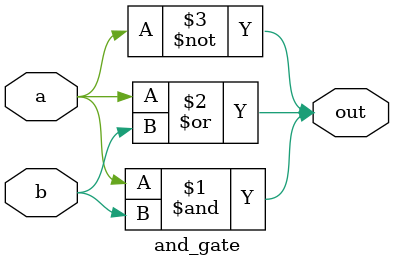
<source format=v>

module and_gate( 
    input a, 
    input b, 
    output out );

    // assing the AND of a and b to out

not (out, a);

and (out, a, b);

or (out, a, b);

endmodule

</source>
